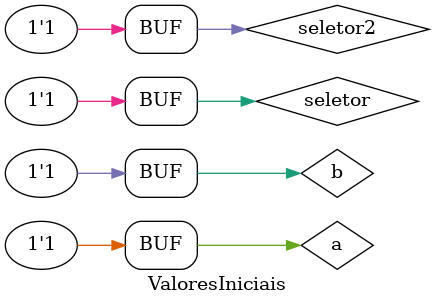
<source format=v>

module A (output s0, s1, input x,y);

	and AND1 (s0, x, y);
	or  OR1 (s1, x, y);

endmodule

module B (output s0, s1, input x,y);
    
    nand NAND1 (s0, x, y);
	nor  NOR1 (s1, x, y);
	
endmodule

module MUX(output s0, input x,y, seletor);
    wire  notseletor, sa1, sa2;
    
    
    not NOT1 (notseletor, seletor);
    and AND1(sa1, x, seletor);
    and AND2(sa2, y, notseletor);
    or OR1  (s0, sa1, sa2);
    
endmodule    

module E3(output s0, input x, y, seletor1, seletor2);

    wire ao0, ao1, nano0, nano1, m1, m2;
    
    A ANDOR(ao0, ao1, x, y);
    B NANDNOR(nano0, nano1, x, y);
    MUX MUX1(m1, ao1, ao0, seletor1);
    MUX MUX2(m2, nano1, nano0, seletor1);
    MUX MUXFinal(s0, m1, m2, seletor2);
    
endmodule
    
module ValoresIniciais;

reg a, b, seletor, seletor2;
wire s0, s1;

E3 ME3 (s0, a, b, seletor, seletor2);
initial
begin : start

	a = 1'bx;
	b = 1'bx;

end

initial
begin : main

	$display("Exemplo_0703 - Larissa Gomes - 650525");
	$display("Expressoes booleanas");
	
	#1 a = 0; b = 0; seletor = 0; seletor2 = 0;
	$display("seletor seletor2 a  b  =  s0  ");
    $monitor("%2b     %2b       %2b %2b  = %2b ",seletor,seletor2, a, b, s0);
		
	#1 a = 0; b = 1; seletor = 0; seletor2 = 0;
	#1 a = 1; b = 0; seletor = 0; seletor2 = 0;
	#1 a = 1; b = 1; seletor = 0; seletor2 = 0;
	#1 a = 0; b = 0; seletor = 1; seletor2 = 0;
	#1 a = 0; b = 1; seletor = 1; seletor2 = 0;
	#1 a = 1; b = 0; seletor = 1; seletor2 = 0;
	#1 a = 1; b = 1; seletor = 1; seletor2 = 0;
	
	#1 a = 0; b = 0; seletor = 0; seletor2 = 1;
	#1 a = 0; b = 1; seletor = 0; seletor2 = 1;
	#1 a = 1; b = 0; seletor = 0; seletor2 = 1;
	#1 a = 1; b = 1; seletor = 0; seletor2 = 1;
	#1 a = 0; b = 0; seletor = 1; seletor2 = 1;
	#1 a = 0; b = 1; seletor = 1; seletor2 = 1;
	#1 a = 1; b = 0; seletor = 1; seletor2 = 1;
	#1 a = 1; b = 1; seletor = 1; seletor2 = 1;
end
endmodule
</source>
